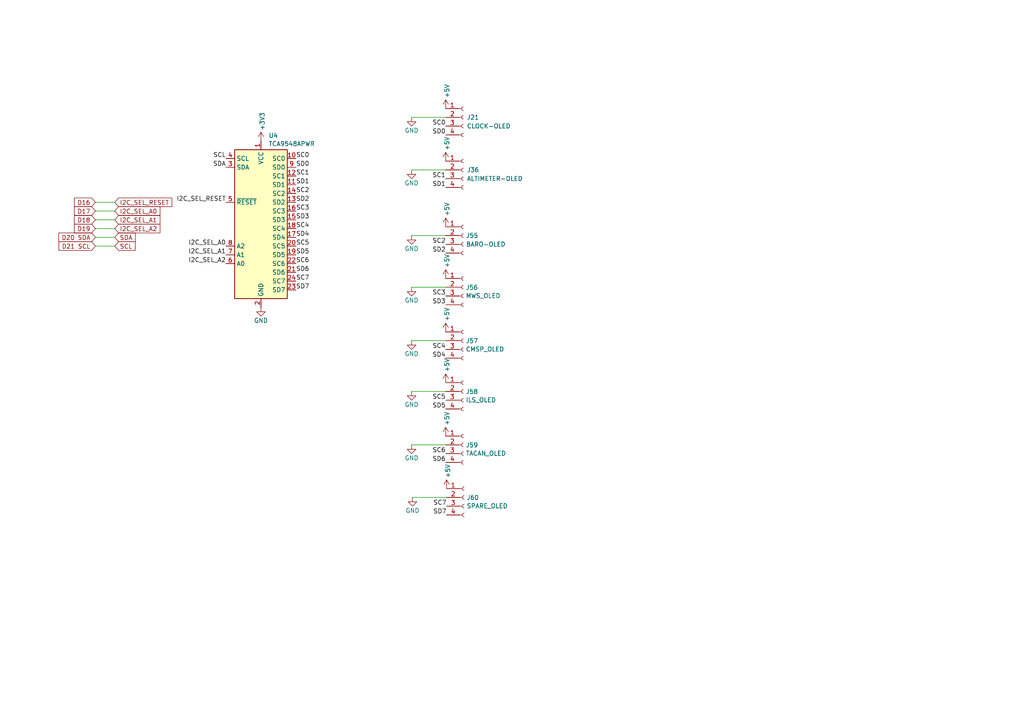
<source format=kicad_sch>
(kicad_sch (version 20231120) (generator "eeschema") (generator_version "8.0")
  (paper "A4")
  (lib_symbols
    (symbol "Connector:Conn_01x04_Socket" (pin_names (offset 1.016) hide)
      (property "Reference" "J" (at 0 5.08 0))
      (property "Value" "Conn_01x04_Socket" (at 0 -7.62 0))
      (symbol "Conn_01x04_Socket_1_1"
        (arc (start 0 -4.572) (mid -0.5058 -5.08) (end 0 -5.588) (stroke (width 0.1524)))
        (arc (start 0 -2.032) (mid -0.5058 -2.54) (end 0 -3.048) (stroke (width 0.1524)))
        (polyline (pts (xy -1.27 -5.08) (xy -0.508 -5.08)) (stroke (width 0.1524)))
        (polyline (pts (xy -1.27 -2.54) (xy -0.508 -2.54)) (stroke (width 0.1524)))
        (polyline (pts (xy -1.27 0) (xy -0.508 0)) (stroke (width 0.1524)))
        (polyline (pts (xy -1.27 2.54) (xy -0.508 2.54)) (stroke (width 0.1524)))
        (arc (start 0 0.508) (mid -0.5058 0) (end 0 -0.508) (stroke (width 0.1524)))
        (arc (start 0 3.048) (mid -0.5058 2.54) (end 0 2.032) (stroke (width 0.1524)))
        (pin passive line (at -5.08 2.54 0) (length 3.81) (name "Pin_1") (number "1"))
        (pin passive line (at -5.08 0 0) (length 3.81) (name "Pin_2") (number "2"))
        (pin passive line (at -5.08 -2.54 0) (length 3.81) (name "Pin_3") (number "3"))
        (pin passive line (at -5.08 -5.08 0) (length 3.81) (name "Pin_4") (number "4"))
      )
    )
    (symbol "Interface_Expansion:TCA9548APWR"
      (property "Reference" "U4" (at 2.1941 24.4643 0))
      (property "Value" "TCA9548APWR" (at 2.1941 22.0401 0))
      (symbol "TCA9548APWR_0_1"
        (rectangle (start -7.62 20.32) (end 7.62 -22.86) (stroke (width 0.254)) (fill (type background)))
      )
      (symbol "TCA9548APWR_1_1"
        (pin power_in line (at 0 22.86 270) (length 2.54) (name "VCC") (number "1"))
        (pin output line (at 10.16 17.78 180) (length 2.54) (name "SC0") (number "10"))
        (pin bidirectional line (at 10.16 10.16 180) (length 2.54) (name "SD1") (number "11"))
        (pin output line (at 10.16 12.7 180) (length 2.54) (name "SC1") (number "12"))
        (pin bidirectional line (at 10.16 5.08 180) (length 2.54) (name "SD2") (number "13"))
        (pin output line (at 10.16 7.62 180) (length 2.54) (name "SC2") (number "14"))
        (pin bidirectional line (at 10.16 0 180) (length 2.54) (name "SD3") (number "15"))
        (pin output line (at 10.16 2.54 180) (length 2.54) (name "SC3") (number "16"))
        (pin bidirectional line (at 10.16 -5.08 180) (length 2.54) (name "SD4") (number "17"))
        (pin output line (at 10.16 -2.54 180) (length 2.54) (name "SC4") (number "18"))
        (pin bidirectional line (at 10.16 -10.16 180) (length 2.54) (name "SD5") (number "19"))
        (pin power_in line (at 0 -25.4 90) (length 2.54) (name "GND") (number "2"))
        (pin output line (at 10.16 -7.62 180) (length 2.54) (name "SC5") (number "20"))
        (pin bidirectional line (at 10.16 -15.24 180) (length 2.54) (name "SD6") (number "21"))
        (pin output line (at 10.16 -12.7 180) (length 2.54) (name "SC6") (number "22"))
        (pin bidirectional line (at 10.16 -20.32 180) (length 2.54) (name "SD7") (number "23"))
        (pin output line (at 10.16 -17.78 180) (length 2.54) (name "SC7") (number "24"))
        (pin bidirectional line (at -10.16 15.24 0) (length 2.54) (name "SDA") (number "3"))
        (pin input line (at -10.16 17.78 0) (length 2.54) (name "SCL") (number "4"))
        (pin input line (at -10.16 5.08 0) (length 2.54) (name "~{RESET}") (number "5"))
        (pin input line (at -10.16 -12.7 0) (length 2.54) (name "A0") (number "6"))
        (pin input line (at -10.16 -10.16 0) (length 2.54) (name "A1") (number "7"))
        (pin input line (at -10.16 -7.62 0) (length 2.54) (name "A2") (number "8"))
        (pin bidirectional line (at 10.16 15.24 180) (length 2.54) (name "SD0") (number "9"))
      )
    )
    (symbol "power:+3V3" (power) (pin_names (offset 0))
      (property "Value" "+3V3" (at 0 3.556 0))
      (symbol "+3V3_0_1"
        (polyline (pts (xy -0.762 1.27) (xy 0 2.54)))
        (polyline (pts (xy 0 0) (xy 0 2.54)))
        (polyline (pts (xy 0 2.54) (xy 0.762 1.27)))
      )
      (symbol "+3V3_1_1"
        (pin power_in line (at 0 0 90) (length 0) hide (name "+3V3") (number "1"))
      )
    )
    (symbol "power:+5V" (power) (pin_names (offset 0))
      (property "Value" "+5V" (at 0 3.556 0))
      (symbol "+5V_0_1"
        (polyline (pts (xy -0.762 1.27) (xy 0 2.54)))
        (polyline (pts (xy 0 0) (xy 0 2.54)))
        (polyline (pts (xy 0 2.54) (xy 0.762 1.27)))
      )
      (symbol "+5V_1_1"
        (pin power_in line (at 0 0 90) (length 0) hide (name "+5V") (number "1"))
      )
    )
    (symbol "power:GND" (power) (pin_names (offset 0))
      (property "Value" "GND" (at 0 -3.81 0))
      (symbol "GND_0_1"
        (polyline (pts (xy 0 0) (xy 0 -1.27) (xy 1.27 -1.27) (xy 0 -2.54) (xy -1.27 -1.27) (xy 0 -1.27)))
      )
      (symbol "GND_1_1"
        (pin power_in line (at 0 0 270) (length 0) hide (name "GND") (number "1"))
      )
    )
  )
  (wire (pts (xy 33.274 61.214) (xy 27.686 61.214)))
  (wire (pts (xy 119.38 49.276) (xy 129.286 49.276)))
  (wire (pts (xy 33.274 71.374) (xy 27.686 71.374)))
  (wire (pts (xy 33.274 63.754) (xy 27.686 63.754)))
  (wire (pts (xy 33.274 66.294) (xy 27.686 66.294)))
  (wire (pts (xy 33.274 58.674) (xy 27.686 58.674)))
  (wire (pts (xy 33.274 68.834) (xy 27.686 68.834)))
  (wire (pts (xy 119.38 98.806) (xy 129.286 98.806)))
  (wire (pts (xy 119.38 34.036) (xy 129.286 34.036)))
  (wire (pts (xy 119.634 144.272) (xy 129.54 144.272)))
  (wire (pts (xy 119.38 83.312) (xy 129.286 83.312)))
  (wire (pts (xy 119.38 129.032) (xy 129.286 129.032)))
  (wire (pts (xy 119.38 113.538) (xy 129.286 113.538)))
  (wire (pts (xy 119.38 68.326) (xy 129.286 68.326)))
  (label "SD2" (at 85.852 58.674 0))
  (label "SDA" (at 65.532 48.514 180))
  (label "SCL" (at 65.532 45.974 180))
  (label "SC4" (at 85.852 66.294 0))
  (label "SC3" (at 129.286 85.852 180))
  (label "SD4" (at 129.286 103.886 180))
  (label "I2C_SEL_A0" (at 65.532 71.374 180))
  (label "SC0" (at 85.852 45.974 0))
  (label "SC1" (at 129.286 51.816 180))
  (label "SC6" (at 129.286 131.572 180))
  (label "SD6" (at 129.286 134.112 180))
  (label "SC6" (at 85.852 76.454 0))
  (label "SC4" (at 129.286 101.346 180))
  (label "SC0" (at 129.286 36.576 180))
  (label "SD6" (at 85.852 78.994 0))
  (label "SC1" (at 85.852 51.054 0))
  (label "SD3" (at 85.852 63.754 0))
  (label "SD7" (at 129.54 149.352 180))
  (label "SD1" (at 129.286 54.356 180))
  (label "SD4" (at 85.852 68.834 0))
  (label "SD3" (at 129.286 88.392 180))
  (label "I2C_SEL_RESET" (at 65.532 58.674 180))
  (label "I2C_SEL_A1" (at 65.532 73.914 180))
  (label "SC5" (at 85.852 71.374 0))
  (label "SC7" (at 85.852 81.534 0))
  (label "SD5" (at 85.852 73.914 0))
  (label "SC3" (at 85.852 61.214 0))
  (label "SD5" (at 129.286 118.618 180))
  (label "SC5" (at 129.286 116.078 180))
  (label "SC2" (at 85.852 56.134 0))
  (label "SD1" (at 85.852 53.594 0))
  (label "SD0" (at 85.852 48.514 0))
  (label "SD2" (at 129.286 73.406 180))
  (label "I2C_SEL_A2" (at 65.532 76.454 180))
  (label "SD0" (at 129.286 39.116 180))
  (label "SC2" (at 129.286 70.866 180))
  (label "SD7" (at 85.852 84.074 0))
  (label "SC7" (at 129.54 146.812 180))
  (global_label "D17" (shape input) (at 27.686 61.214 180) (property "Intersheetrefs" "${INTERSHEET_REFS}" (effects (hide yes))))
  (global_label "D19" (shape input) (at 27.686 66.294 180) (property "Intersheetrefs" "${INTERSHEET_REFS}" (effects (hide yes))))
  (global_label "SDA" (shape input) (at 33.274 68.834 0) (property "Intersheetrefs" "${INTERSHEET_REFS}" (effects (hide yes))))
  (global_label "D16" (shape input) (at 27.686 58.674 180) (property "Intersheetrefs" "${INTERSHEET_REFS}" (effects (hide yes))))
  (global_label "D21 SCL" (shape input) (at 27.686 71.374 180) (property "Intersheetrefs" "${INTERSHEET_REFS}" (effects (hide yes))))
  (global_label "I2C_SEL_A2" (shape input) (at 33.274 66.294 0) (property "Intersheetrefs" "${INTERSHEET_REFS}" (effects (hide yes))))
  (global_label "SCL" (shape input) (at 33.274 71.374 0) (property "Intersheetrefs" "${INTERSHEET_REFS}" (effects (hide yes))))
  (global_label "I2C_SEL_A1" (shape input) (at 33.274 63.754 0) (property "Intersheetrefs" "${INTERSHEET_REFS}" (effects (hide yes))))
  (global_label "I2C_SEL_A0" (shape input) (at 33.274 61.214 0) (property "Intersheetrefs" "${INTERSHEET_REFS}" (effects (hide yes))))
  (global_label "D20 SDA" (shape input) (at 27.686 68.834 180) (property "Intersheetrefs" "${INTERSHEET_REFS}" (effects (hide yes))))
  (global_label "D18" (shape input) (at 27.686 63.754 180) (property "Intersheetrefs" "${INTERSHEET_REFS}" (effects (hide yes))))
  (global_label "I2C_SEL_RESET" (shape input) (at 33.274 58.674 0) (property "Intersheetrefs" "${INTERSHEET_REFS}" (effects (hide yes))))
  (symbol (lib_id "Connector:Conn_01x04_Socket") (at 134.366 129.032 0) (unit 1)
    (property "Reference" "J59" (at 135.0772 129.0899 0) (effects (justify left)))
    (property "Value" "TACAN_OLED" (at 135.0772 131.5141 0) (effects (justify left)))
    (property "Footprint" "Connector_Molex:Molex_KK-254_AE-6410-04A_1x04_P2.54mm_Vertical" (effects (hide yes)))
  )
  (symbol (lib_id "power:GND") (at 119.38 68.326 0) (unit 1)
    (property "Reference" "#PWR079" (effects (hide yes)))
    (property "Value" "GND" (at 119.38 72.136 0))
  )
  (symbol (lib_id "Connector:Conn_01x04_Socket") (at 134.366 49.276 0) (unit 1)
    (property "Reference" "J36" (at 135.382 49.2759 0) (effects (justify left)))
    (property "Value" "ALTIMETER-OLED" (at 135.382 51.8159 0) (effects (justify left)))
    (property "Footprint" "Connector_Molex:Molex_KK-254_AE-6410-04A_1x04_P2.54mm_Vertical" (effects (hide yes)))
  )
  (symbol (lib_id "power:GND") (at 75.692 89.154 0) (unit 1)
    (property "Reference" "#PWR074" (effects (hide yes)))
    (property "Value" "GND" (at 75.692 92.964 0))
  )
  (symbol (lib_id "power:GND") (at 119.38 113.538 0) (unit 1)
    (property "Reference" "#PWR082" (effects (hide yes)))
    (property "Value" "GND" (at 119.38 117.348 0))
  )
  (symbol (lib_id "power:GND") (at 119.634 144.272 0) (unit 1)
    (property "Reference" "#PWR084" (effects (hide yes)))
    (property "Value" "GND" (at 119.634 148.082 0))
  )
  (symbol (lib_id "power:+5V") (at 129.286 126.492 0) (unit 1)
    (property "Reference" "#PWR089" (effects (hide yes)))
    (property "Value" "+5V" (at 129.6416 123.444 90) (effects (justify left)))
  )
  (symbol (lib_id "power:+5V") (at 129.286 80.772 0) (unit 1)
    (property "Reference" "#PWR086" (effects (hide yes)))
    (property "Value" "+5V" (at 129.6416 77.724 90) (effects (justify left)))
  )
  (symbol (lib_id "Connector:Conn_01x04_Socket") (at 134.366 98.806 0) (unit 1)
    (property "Reference" "J57" (at 135.0772 98.8639 0) (effects (justify left)))
    (property "Value" "CMSP_OLED" (at 135.0772 101.2881 0) (effects (justify left)))
    (property "Footprint" "Connector_Molex:Molex_KK-254_AE-6410-04A_1x04_P2.54mm_Vertical" (effects (hide yes)))
  )
  (symbol (lib_id "power:+5V") (at 129.286 96.266 0) (unit 1)
    (property "Reference" "#PWR087" (effects (hide yes)))
    (property "Value" "+5V" (at 129.6416 93.218 90) (effects (justify left)))
  )
  (symbol (lib_id "Interface_Expansion:TCA9548APWR") (at 75.692 63.754 0) (unit 1)
    (property "Reference" "U4" (at 77.8861 39.2897 0) (effects (justify left)))
    (property "Value" "TCA9548APWR" (at 77.8861 41.7139 0) (effects (justify left)))
    (property "Footprint" "Package_DIP:DIP-24_TCA9548A" (effects (hide yes)))
    (property "Datasheet" "http://www.ti.com/lit/ds/symlink/tca9548a.pdf" (effects (hide yes)))
  )
  (symbol (lib_id "Connector:Conn_01x04_Socket") (at 134.62 144.272 0) (unit 1)
    (property "Reference" "J60" (at 135.3312 144.3299 0) (effects (justify left)))
    (property "Value" "SPARE_OLED" (at 135.3312 146.7541 0) (effects (justify left)))
    (property "Footprint" "Connector_Molex:Molex_KK-254_AE-6410-04A_1x04_P2.54mm_Vertical" (effects (hide yes)))
  )
  (symbol (lib_id "power:+3V3") (at 75.692 40.894 0) (unit 1)
    (property "Reference" "#PWR073" (effects (hide yes)))
    (property "Value" "+3V3" (at 76.073 37.846 90) (effects (justify left)))
  )
  (symbol (lib_id "Connector:Conn_01x04_Socket") (at 134.366 83.312 0) (unit 1)
    (property "Reference" "J56" (at 135.0772 83.3699 0) (effects (justify left)))
    (property "Value" "MWS_OLED" (at 135.0772 85.7941 0) (effects (justify left)))
    (property "Footprint" "Connector_Molex:Molex_KK-254_AE-6410-04A_1x04_P2.54mm_Vertical" (effects (hide yes)))
  )
  (symbol (lib_id "Connector:Conn_01x04_Socket") (at 134.366 34.036 0) (unit 1)
    (property "Reference" "J21" (at 135.382 34.0359 0) (effects (justify left)))
    (property "Value" "CLOCK-OLED" (at 135.382 36.5759 0) (effects (justify left)))
    (property "Footprint" "Connector_Molex:Molex_KK-254_AE-6410-04A_1x04_P2.54mm_Vertical" (effects (hide yes)))
  )
  (symbol (lib_id "power:GND") (at 119.38 49.276 0) (unit 1)
    (property "Reference" "#PWR026" (effects (hide yes)))
    (property "Value" "GND" (at 119.38 53.086 0))
  )
  (symbol (lib_id "power:GND") (at 119.38 34.036 0) (unit 1)
    (property "Reference" "#PWR024" (effects (hide yes)))
    (property "Value" "GND" (at 119.38 37.846 0))
  )
  (symbol (lib_id "power:GND") (at 119.38 83.312 0) (unit 1)
    (property "Reference" "#PWR080" (effects (hide yes)))
    (property "Value" "GND" (at 119.38 87.122 0))
  )
  (symbol (lib_id "power:GND") (at 119.38 129.032 0) (unit 1)
    (property "Reference" "#PWR083" (effects (hide yes)))
    (property "Value" "GND" (at 119.38 132.842 0))
  )
  (symbol (lib_id "Connector:Conn_01x04_Socket") (at 134.366 113.538 0) (unit 1)
    (property "Reference" "J58" (at 135.0772 113.5959 0) (effects (justify left)))
    (property "Value" "ILS_OLED" (at 135.0772 116.0201 0) (effects (justify left)))
    (property "Footprint" "Connector_Molex:Molex_KK-254_AE-6410-04A_1x04_P2.54mm_Vertical" (effects (hide yes)))
  )
  (symbol (lib_id "power:+5V") (at 129.286 110.998 0) (unit 1)
    (property "Reference" "#PWR088" (effects (hide yes)))
    (property "Value" "+5V" (at 129.6416 107.95 90) (effects (justify left)))
  )
  (symbol (lib_id "power:GND") (at 119.38 98.806 0) (unit 1)
    (property "Reference" "#PWR081" (effects (hide yes)))
    (property "Value" "GND" (at 119.38 102.616 0))
  )
  (symbol (lib_id "power:+5V") (at 129.286 31.496 0) (unit 1)
    (property "Reference" "#PWR030" (effects (hide yes)))
    (property "Value" "+5V" (at 129.6416 28.448 90) (effects (justify left)))
  )
  (symbol (lib_id "Connector:Conn_01x04_Socket") (at 134.366 68.326 0) (unit 1)
    (property "Reference" "J55" (at 135.128 68.3259 0) (effects (justify left)))
    (property "Value" "BARO-OLED" (at 135.128 70.8659 0) (effects (justify left)))
    (property "Footprint" "Connector_Molex:Molex_KK-254_AE-6410-04A_1x04_P2.54mm_Vertical" (effects (hide yes)))
  )
  (symbol (lib_id "power:+5V") (at 129.286 46.736 0) (unit 1)
    (property "Reference" "#PWR078" (effects (hide yes)))
    (property "Value" "+5V" (at 129.6416 43.688 90) (effects (justify left)))
  )
  (symbol (lib_id "power:+5V") (at 129.54 141.732 0) (unit 1)
    (property "Reference" "#PWR090" (effects (hide yes)))
    (property "Value" "+5V" (at 129.8956 138.684 90) (effects (justify left)))
  )
  (symbol (lib_id "power:+5V") (at 129.286 65.786 0) (unit 1)
    (property "Reference" "#PWR085" (effects (hide yes)))
    (property "Value" "+5V" (at 129.6416 62.738 90) (effects (justify left)))
  )
)
</source>
